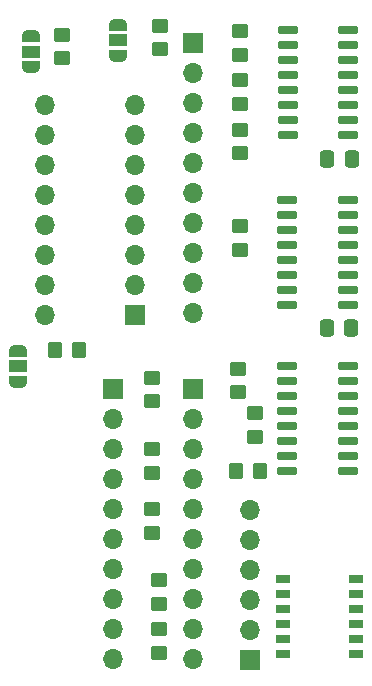
<source format=gts>
G04 #@! TF.GenerationSoftware,KiCad,Pcbnew,8.0.5*
G04 #@! TF.CreationDate,2025-01-09T14:40:58-04:00*
G04 #@! TF.ProjectId,RAMAUXB_V2,52414d41-5558-4425-9f56-322e6b696361,rev?*
G04 #@! TF.SameCoordinates,Original*
G04 #@! TF.FileFunction,Soldermask,Top*
G04 #@! TF.FilePolarity,Negative*
%FSLAX46Y46*%
G04 Gerber Fmt 4.6, Leading zero omitted, Abs format (unit mm)*
G04 Created by KiCad (PCBNEW 8.0.5) date 2025-01-09 14:40:58*
%MOMM*%
%LPD*%
G01*
G04 APERTURE LIST*
G04 Aperture macros list*
%AMRoundRect*
0 Rectangle with rounded corners*
0 $1 Rounding radius*
0 $2 $3 $4 $5 $6 $7 $8 $9 X,Y pos of 4 corners*
0 Add a 4 corners polygon primitive as box body*
4,1,4,$2,$3,$4,$5,$6,$7,$8,$9,$2,$3,0*
0 Add four circle primitives for the rounded corners*
1,1,$1+$1,$2,$3*
1,1,$1+$1,$4,$5*
1,1,$1+$1,$6,$7*
1,1,$1+$1,$8,$9*
0 Add four rect primitives between the rounded corners*
20,1,$1+$1,$2,$3,$4,$5,0*
20,1,$1+$1,$4,$5,$6,$7,0*
20,1,$1+$1,$6,$7,$8,$9,0*
20,1,$1+$1,$8,$9,$2,$3,0*%
%AMFreePoly0*
4,1,19,0.550000,-0.750000,0.000000,-0.750000,0.000000,-0.744911,-0.071157,-0.744911,-0.207708,-0.704816,-0.327430,-0.627875,-0.420627,-0.520320,-0.479746,-0.390866,-0.500000,-0.250000,-0.500000,0.250000,-0.479746,0.390866,-0.420627,0.520320,-0.327430,0.627875,-0.207708,0.704816,-0.071157,0.744911,0.000000,0.744911,0.000000,0.750000,0.550000,0.750000,0.550000,-0.750000,0.550000,-0.750000,
$1*%
%AMFreePoly1*
4,1,19,0.000000,0.744911,0.071157,0.744911,0.207708,0.704816,0.327430,0.627875,0.420627,0.520320,0.479746,0.390866,0.500000,0.250000,0.500000,-0.250000,0.479746,-0.390866,0.420627,-0.520320,0.327430,-0.627875,0.207708,-0.704816,0.071157,-0.744911,0.000000,-0.744911,0.000000,-0.750000,-0.550000,-0.750000,-0.550000,0.750000,0.000000,0.750000,0.000000,0.744911,0.000000,0.744911,
$1*%
G04 Aperture macros list end*
%ADD10RoundRect,0.250000X-0.450000X0.350000X-0.450000X-0.350000X0.450000X-0.350000X0.450000X0.350000X0*%
%ADD11RoundRect,0.250000X0.450000X-0.350000X0.450000X0.350000X-0.450000X0.350000X-0.450000X-0.350000X0*%
%ADD12RoundRect,0.250000X-0.337500X-0.475000X0.337500X-0.475000X0.337500X0.475000X-0.337500X0.475000X0*%
%ADD13FreePoly0,270.000000*%
%ADD14R,1.500000X1.000000*%
%ADD15FreePoly1,270.000000*%
%ADD16RoundRect,0.150000X0.725000X0.150000X-0.725000X0.150000X-0.725000X-0.150000X0.725000X-0.150000X0*%
%ADD17FreePoly0,90.000000*%
%ADD18FreePoly1,90.000000*%
%ADD19RoundRect,0.250000X0.350000X0.450000X-0.350000X0.450000X-0.350000X-0.450000X0.350000X-0.450000X0*%
%ADD20R,1.250000X0.760000*%
%ADD21R,1.700000X1.700000*%
%ADD22O,1.700000X1.700000*%
G04 APERTURE END LIST*
D10*
G04 #@! TO.C,R8*
X91050000Y-131010000D03*
X91050000Y-133010000D03*
G04 #@! TD*
D11*
G04 #@! TO.C,R13*
X91640000Y-143140000D03*
X91640000Y-141140000D03*
G04 #@! TD*
D12*
G04 #@! TO.C,C2*
X105872500Y-101370000D03*
X107947500Y-101370000D03*
G04 #@! TD*
D10*
G04 #@! TO.C,R2*
X98470000Y-90510000D03*
X98470000Y-92510000D03*
G04 #@! TD*
D13*
G04 #@! TO.C,JP1*
X80795000Y-90945000D03*
D14*
X80795000Y-92245000D03*
D15*
X80795000Y-93545000D03*
G04 #@! TD*
D16*
G04 #@! TO.C,U1*
X107675000Y-99345000D03*
X107675000Y-98075000D03*
X107675000Y-96805000D03*
X107675000Y-95535000D03*
X107675000Y-94265000D03*
X107675000Y-92995000D03*
X107675000Y-91725000D03*
X107675000Y-90455000D03*
X102525000Y-90455000D03*
X102525000Y-91725000D03*
X102525000Y-92995000D03*
X102525000Y-94265000D03*
X102525000Y-95535000D03*
X102525000Y-96805000D03*
X102525000Y-98075000D03*
X102525000Y-99345000D03*
G04 #@! TD*
D10*
G04 #@! TO.C,R5*
X83452500Y-90805000D03*
X83452500Y-92805000D03*
G04 #@! TD*
D17*
G04 #@! TO.C,JP2*
X88150000Y-92595000D03*
D14*
X88150000Y-91295000D03*
D18*
X88150000Y-89995000D03*
G04 #@! TD*
D19*
G04 #@! TO.C,R14*
X100155000Y-127765000D03*
X98155000Y-127765000D03*
G04 #@! TD*
D10*
G04 #@! TO.C,R3*
X98470000Y-94680000D03*
X98470000Y-96680000D03*
G04 #@! TD*
G04 #@! TO.C,R15*
X99805000Y-122885000D03*
X99805000Y-124885000D03*
G04 #@! TD*
D16*
G04 #@! TO.C,U3*
X107605000Y-127740000D03*
X107605000Y-126470000D03*
X107605000Y-125200000D03*
X107605000Y-123930000D03*
X107605000Y-122660000D03*
X107605000Y-121390000D03*
X107605000Y-120120000D03*
X107605000Y-118850000D03*
X102455000Y-118850000D03*
X102455000Y-120120000D03*
X102455000Y-121390000D03*
X102455000Y-122660000D03*
X102455000Y-123930000D03*
X102455000Y-125200000D03*
X102455000Y-126470000D03*
X102455000Y-127740000D03*
G04 #@! TD*
D11*
G04 #@! TO.C,R10*
X98470000Y-100870000D03*
X98470000Y-98870000D03*
G04 #@! TD*
D10*
G04 #@! TO.C,R6*
X91050000Y-119850000D03*
X91050000Y-121850000D03*
G04 #@! TD*
G04 #@! TO.C,R4*
X98470000Y-107030000D03*
X98470000Y-109030000D03*
G04 #@! TD*
D19*
G04 #@! TO.C,R9*
X84845000Y-117545000D03*
X82845000Y-117545000D03*
G04 #@! TD*
D10*
G04 #@! TO.C,R12*
X91650000Y-136975000D03*
X91650000Y-138975000D03*
G04 #@! TD*
D17*
G04 #@! TO.C,JP3*
X79675000Y-120180000D03*
D14*
X79675000Y-118880000D03*
D18*
X79675000Y-117580000D03*
G04 #@! TD*
D11*
G04 #@! TO.C,R11*
X98340000Y-121080000D03*
X98340000Y-119080000D03*
G04 #@! TD*
D16*
G04 #@! TO.C,U2*
X107600000Y-113659600D03*
X107600000Y-112389600D03*
X107600000Y-111119600D03*
X107600000Y-109849600D03*
X107600000Y-108579600D03*
X107600000Y-107309600D03*
X107600000Y-106039600D03*
X107600000Y-104769600D03*
X102450000Y-104769600D03*
X102450000Y-106039600D03*
X102450000Y-107309600D03*
X102450000Y-108579600D03*
X102450000Y-109849600D03*
X102450000Y-111119600D03*
X102450000Y-112389600D03*
X102450000Y-113659600D03*
G04 #@! TD*
D11*
G04 #@! TO.C,R1*
X91695000Y-92065000D03*
X91695000Y-90065000D03*
G04 #@! TD*
D10*
G04 #@! TO.C,R7*
X91050000Y-125925000D03*
X91050000Y-127925000D03*
G04 #@! TD*
D12*
G04 #@! TO.C,C1*
X105824770Y-115629814D03*
X107899770Y-115629814D03*
G04 #@! TD*
D20*
G04 #@! TO.C,SWB1*
X108320000Y-143280000D03*
X108320000Y-142010000D03*
X108320000Y-140740000D03*
X108320000Y-139470000D03*
X108320000Y-138200000D03*
X108320000Y-136930000D03*
X102170000Y-136930000D03*
X102170000Y-138200000D03*
X102170000Y-139470000D03*
X102170000Y-140740000D03*
X102170000Y-142010000D03*
X102170000Y-143280000D03*
G04 #@! TD*
D21*
G04 #@! TO.C,J4*
X99325000Y-143725000D03*
D22*
X99325000Y-141185000D03*
X99325000Y-138645000D03*
X99325000Y-136105000D03*
X99325000Y-133565000D03*
X99325000Y-131025000D03*
G04 #@! TD*
D21*
G04 #@! TO.C,J6*
X94550000Y-120850000D03*
D22*
X94550000Y-123390000D03*
X94550000Y-125930000D03*
X94550000Y-128470000D03*
X94550000Y-131010000D03*
X94550000Y-133550000D03*
X94550000Y-136090000D03*
X94550000Y-138630000D03*
X94550000Y-141170000D03*
X94550000Y-143710000D03*
G04 #@! TD*
D21*
G04 #@! TO.C,J2*
X89615000Y-114515000D03*
D22*
X89615000Y-111975000D03*
X89615000Y-109435000D03*
X89615000Y-106895000D03*
X89615000Y-104355000D03*
X89615000Y-101815000D03*
X89615000Y-99275000D03*
X89615000Y-96735000D03*
X81995000Y-96735000D03*
X81995000Y-99275000D03*
X81995000Y-101815000D03*
X81995000Y-104355000D03*
X81995000Y-106895000D03*
X81995000Y-109435000D03*
X81995000Y-111975000D03*
X81995000Y-114515000D03*
G04 #@! TD*
D21*
G04 #@! TO.C,J3*
X87700000Y-120855000D03*
D22*
X87700000Y-123395000D03*
X87700000Y-125935000D03*
X87700000Y-128475000D03*
X87700000Y-131015000D03*
X87700000Y-133555000D03*
X87700000Y-136095000D03*
X87700000Y-138635000D03*
X87700000Y-141175000D03*
X87700000Y-143715000D03*
G04 #@! TD*
D21*
G04 #@! TO.C,J5*
X94550000Y-91550000D03*
D22*
X94550000Y-94090000D03*
X94550000Y-96630000D03*
X94550000Y-99170000D03*
X94550000Y-101710000D03*
X94550000Y-104250000D03*
X94550000Y-106790000D03*
X94550000Y-109330000D03*
X94550000Y-111870000D03*
X94550000Y-114410000D03*
G04 #@! TD*
M02*

</source>
